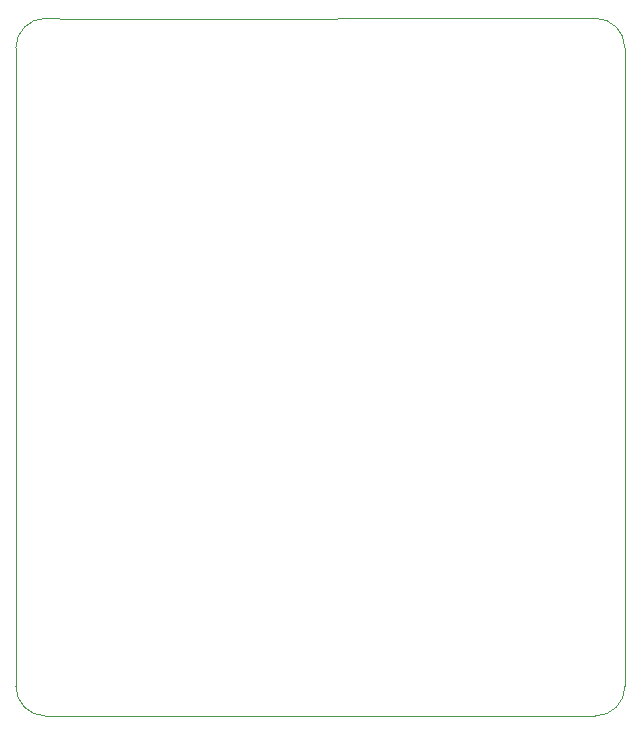
<source format=gbr>
%TF.GenerationSoftware,KiCad,Pcbnew,(6.0.4)*%
%TF.CreationDate,2022-09-15T01:44:32-04:00*%
%TF.ProjectId,NANO_HAT,4e414e4f-5f48-4415-942e-6b696361645f,rev?*%
%TF.SameCoordinates,Original*%
%TF.FileFunction,Profile,NP*%
%FSLAX46Y46*%
G04 Gerber Fmt 4.6, Leading zero omitted, Abs format (unit mm)*
G04 Created by KiCad (PCBNEW (6.0.4)) date 2022-09-15 01:44:32*
%MOMM*%
%LPD*%
G01*
G04 APERTURE LIST*
%TA.AperFunction,Profile*%
%ADD10C,0.100000*%
%TD*%
G04 APERTURE END LIST*
D10*
X138967767Y-58467767D02*
X141500000Y-58500000D01*
X138967767Y-58467767D02*
G75*
G03*
X136467767Y-60967767I33J-2500033D01*
G01*
X141500000Y-58500000D02*
X185532233Y-58467767D01*
X136467767Y-115032233D02*
X136467767Y-60967767D01*
X185532233Y-117532233D02*
X138967767Y-117532233D01*
X188032233Y-60967767D02*
X188032233Y-115032233D01*
X136467767Y-115032233D02*
G75*
G03*
X138967767Y-117532233I2500033J33D01*
G01*
X188032233Y-60967767D02*
G75*
G03*
X185532233Y-58467767I-2500033J-33D01*
G01*
X185532233Y-117532233D02*
G75*
G03*
X188032233Y-115032233I-33J2500033D01*
G01*
M02*

</source>
